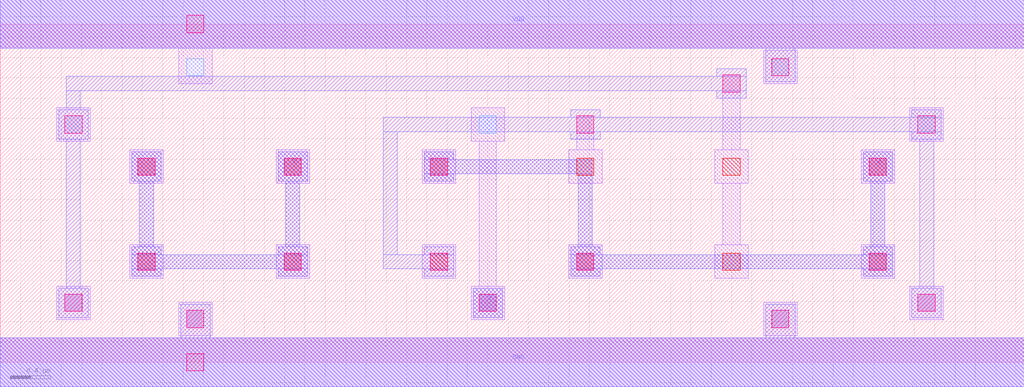
<source format=lef>
MACRO XNOR2X1
 CLASS CORE ;
 FOREIGN XNOR2X1 0 0 ;
 SIZE 10.08 BY 3.33 ;
 ORIGIN 0 0 ;
 SYMMETRY X Y R90 ;
 SITE unit ;
  PIN VDD
   DIRECTION INOUT ;
   USE POWER ;
   SHAPE ABUTMENT ;
    PORT
     CLASS CORE ;
       LAYER li1 ;
        RECT 0.00000000 3.09000000 10.08000000 3.57000000 ;
       LAYER met1 ;
        RECT 0.00000000 3.09000000 10.08000000 3.57000000 ;
    END
  END VDD

  PIN GND
   DIRECTION INOUT ;
   USE POWER ;
   SHAPE ABUTMENT ;
    PORT
     CLASS CORE ;
       LAYER li1 ;
        RECT 0.00000000 -0.24000000 10.08000000 0.24000000 ;
       LAYER met1 ;
        RECT 0.00000000 -0.24000000 10.08000000 0.24000000 ;
    END
  END GND

  PIN Y
   DIRECTION INOUT ;
   USE SIGNAL ;
   SHAPE ABUTMENT ;
    PORT
     CLASS CORE ;
       LAYER met1 ;
        RECT 4.65500000 0.44000000 4.94500000 0.73000000 ;
    END
  END Y

  PIN B
   DIRECTION INOUT ;
   USE SIGNAL ;
   SHAPE ABUTMENT ;
    PORT
     CLASS CORE ;
       LAYER met1 ;
        RECT 1.29500000 0.84500000 1.58500000 0.92000000 ;
        RECT 2.73500000 0.84500000 3.02500000 0.92000000 ;
        RECT 1.29500000 0.92000000 3.02500000 1.06000000 ;
        RECT 1.29500000 1.06000000 1.58500000 1.13500000 ;
        RECT 2.73500000 1.06000000 3.02500000 1.13500000 ;
        RECT 1.37000000 1.13500000 1.51000000 1.78000000 ;
        RECT 2.81000000 1.13500000 2.95000000 1.78000000 ;
        RECT 1.29500000 1.78000000 1.58500000 2.07000000 ;
        RECT 2.73500000 1.78000000 3.02500000 2.07000000 ;
    END
  END B

  PIN A
   DIRECTION INOUT ;
   USE SIGNAL ;
   SHAPE ABUTMENT ;
    PORT
     CLASS CORE ;
       LAYER met1 ;
        RECT 5.61500000 0.84500000 5.90500000 0.92000000 ;
        RECT 8.49500000 0.84500000 8.78500000 0.92000000 ;
        RECT 5.61500000 0.92000000 8.78500000 1.06000000 ;
        RECT 5.61500000 1.06000000 5.90500000 1.13500000 ;
        RECT 8.49500000 1.06000000 8.78500000 1.13500000 ;
        RECT 8.57000000 1.13500000 8.71000000 1.78000000 ;
        RECT 4.17500000 1.78000000 4.46500000 1.85500000 ;
        RECT 5.69000000 1.13500000 5.83000000 1.85500000 ;
        RECT 4.17500000 1.85500000 5.83000000 1.99500000 ;
        RECT 4.17500000 1.99500000 4.46500000 2.07000000 ;
        RECT 8.49500000 1.78000000 8.78500000 2.07000000 ;
    END
  END A

 OBS
    LAYER polycont ;
     RECT 1.35500000 0.90500000 1.52500000 1.07500000 ;
     RECT 2.79500000 0.90500000 2.96500000 1.07500000 ;
     RECT 4.23500000 0.90500000 4.40500000 1.07500000 ;
     RECT 5.67500000 0.90500000 5.84500000 1.07500000 ;
     RECT 7.11500000 0.90500000 7.28500000 1.07500000 ;
     RECT 8.55500000 0.90500000 8.72500000 1.07500000 ;
     RECT 1.35500000 1.84000000 1.52500000 2.01000000 ;
     RECT 2.79500000 1.84000000 2.96500000 2.01000000 ;
     RECT 4.23500000 1.84000000 4.40500000 2.01000000 ;
     RECT 5.67500000 1.84000000 5.84500000 2.01000000 ;
     RECT 7.11500000 1.84000000 7.28500000 2.01000000 ;
     RECT 8.55500000 1.84000000 8.72500000 2.01000000 ;

    LAYER pdiffc ;
     RECT 0.63500000 2.25500000 0.80500000 2.42500000 ;
     RECT 4.71500000 2.25500000 4.88500000 2.42500000 ;
     RECT 9.03500000 2.25500000 9.20500000 2.42500000 ;
     RECT 1.83500000 2.82000000 2.00500000 2.99000000 ;
     RECT 7.59500000 2.82000000 7.76500000 2.99000000 ;

    LAYER ndiffc ;
     RECT 1.83500000 0.34000000 2.00500000 0.51000000 ;
     RECT 7.59500000 0.34000000 7.76500000 0.51000000 ;
     RECT 0.63500000 0.50000000 0.80500000 0.67000000 ;
     RECT 4.71500000 0.50000000 4.88500000 0.67000000 ;
     RECT 9.03500000 0.50000000 9.20500000 0.67000000 ;

    LAYER li1 ;
     RECT 0.00000000 -0.24000000 10.08000000 0.24000000 ;
     RECT 1.75500000 0.26000000 2.08500000 0.59000000 ;
     RECT 7.51500000 0.26000000 7.84500000 0.59000000 ;
     RECT 0.55500000 0.42000000 0.88500000 0.75000000 ;
     RECT 8.95500000 0.42000000 9.28500000 0.75000000 ;
     RECT 1.27500000 0.82500000 1.60500000 1.15500000 ;
     RECT 2.71500000 0.82500000 3.04500000 1.15500000 ;
     RECT 4.15500000 0.82500000 4.48500000 1.15500000 ;
     RECT 5.59500000 0.82500000 5.92500000 1.15500000 ;
     RECT 8.47500000 0.82500000 8.80500000 1.15500000 ;
     RECT 1.27500000 1.76000000 1.60500000 2.09000000 ;
     RECT 2.71500000 1.76000000 3.04500000 2.09000000 ;
     RECT 4.15500000 1.76000000 4.48500000 2.09000000 ;
     RECT 8.47500000 1.76000000 8.80500000 2.09000000 ;
     RECT 5.59500000 1.76000000 5.92500000 2.09000000 ;
     RECT 5.67500000 2.09000000 5.84500000 2.42500000 ;
     RECT 0.55500000 2.17500000 0.88500000 2.50500000 ;
     RECT 4.63500000 0.42000000 4.96500000 0.75000000 ;
     RECT 4.71500000 0.75000000 4.88500000 2.17500000 ;
     RECT 4.63500000 2.17500000 4.96500000 2.50500000 ;
     RECT 8.95500000 2.17500000 9.28500000 2.50500000 ;
     RECT 7.03500000 0.82500000 7.36500000 1.15500000 ;
     RECT 7.11500000 1.15500000 7.28500000 1.76000000 ;
     RECT 7.03500000 1.76000000 7.36500000 2.09000000 ;
     RECT 7.11500000 2.09000000 7.28500000 2.83000000 ;
     RECT 7.51500000 2.74000000 7.84500000 3.07000000 ;
     RECT 1.75500000 2.74000000 2.08500000 3.09000000 ;
     RECT 0.00000000 3.09000000 10.08000000 3.57000000 ;

    LAYER viali ;
     RECT 1.83500000 -0.08500000 2.00500000 0.08500000 ;
     RECT 1.83500000 0.34000000 2.00500000 0.51000000 ;
     RECT 7.59500000 0.34000000 7.76500000 0.51000000 ;
     RECT 0.63500000 0.50000000 0.80500000 0.67000000 ;
     RECT 4.71500000 0.50000000 4.88500000 0.67000000 ;
     RECT 9.03500000 0.50000000 9.20500000 0.67000000 ;
     RECT 1.35500000 0.90500000 1.52500000 1.07500000 ;
     RECT 2.79500000 0.90500000 2.96500000 1.07500000 ;
     RECT 4.23500000 0.90500000 4.40500000 1.07500000 ;
     RECT 5.67500000 0.90500000 5.84500000 1.07500000 ;
     RECT 8.55500000 0.90500000 8.72500000 1.07500000 ;
     RECT 1.35500000 1.84000000 1.52500000 2.01000000 ;
     RECT 2.79500000 1.84000000 2.96500000 2.01000000 ;
     RECT 4.23500000 1.84000000 4.40500000 2.01000000 ;
     RECT 8.55500000 1.84000000 8.72500000 2.01000000 ;
     RECT 0.63500000 2.25500000 0.80500000 2.42500000 ;
     RECT 5.67500000 2.25500000 5.84500000 2.42500000 ;
     RECT 9.03500000 2.25500000 9.20500000 2.42500000 ;
     RECT 7.11500000 2.66000000 7.28500000 2.83000000 ;
     RECT 7.59500000 2.82000000 7.76500000 2.99000000 ;
     RECT 1.83500000 3.24500000 2.00500000 3.41500000 ;

    LAYER met1 ;
     RECT 0.00000000 -0.24000000 10.08000000 0.24000000 ;
     RECT 1.77500000 0.24000000 2.06500000 0.57000000 ;
     RECT 7.53500000 0.24000000 7.82500000 0.57000000 ;
     RECT 4.65500000 0.44000000 4.94500000 0.73000000 ;
     RECT 1.29500000 0.84500000 1.58500000 0.92000000 ;
     RECT 2.73500000 0.84500000 3.02500000 0.92000000 ;
     RECT 1.29500000 0.92000000 3.02500000 1.06000000 ;
     RECT 1.29500000 1.06000000 1.58500000 1.13500000 ;
     RECT 2.73500000 1.06000000 3.02500000 1.13500000 ;
     RECT 1.37000000 1.13500000 1.51000000 1.78000000 ;
     RECT 2.81000000 1.13500000 2.95000000 1.78000000 ;
     RECT 1.29500000 1.78000000 1.58500000 2.07000000 ;
     RECT 2.73500000 1.78000000 3.02500000 2.07000000 ;
     RECT 5.61500000 0.84500000 5.90500000 0.92000000 ;
     RECT 8.49500000 0.84500000 8.78500000 0.92000000 ;
     RECT 5.61500000 0.92000000 8.78500000 1.06000000 ;
     RECT 5.61500000 1.06000000 5.90500000 1.13500000 ;
     RECT 8.49500000 1.06000000 8.78500000 1.13500000 ;
     RECT 8.57000000 1.13500000 8.71000000 1.78000000 ;
     RECT 4.17500000 1.78000000 4.46500000 1.85500000 ;
     RECT 5.69000000 1.13500000 5.83000000 1.85500000 ;
     RECT 4.17500000 1.85500000 5.83000000 1.99500000 ;
     RECT 4.17500000 1.99500000 4.46500000 2.07000000 ;
     RECT 8.49500000 1.78000000 8.78500000 2.07000000 ;
     RECT 8.97500000 0.44000000 9.26500000 0.73000000 ;
     RECT 4.17500000 0.84500000 4.46500000 0.92000000 ;
     RECT 3.77000000 0.92000000 4.46500000 1.06000000 ;
     RECT 4.17500000 1.06000000 4.46500000 1.13500000 ;
     RECT 9.05000000 0.73000000 9.19000000 2.19500000 ;
     RECT 3.77000000 1.06000000 3.91000000 2.27000000 ;
     RECT 5.61500000 2.19500000 5.90500000 2.27000000 ;
     RECT 8.97500000 2.19500000 9.26500000 2.27000000 ;
     RECT 3.77000000 2.27000000 9.26500000 2.41000000 ;
     RECT 5.61500000 2.41000000 5.90500000 2.48500000 ;
     RECT 8.97500000 2.41000000 9.26500000 2.48500000 ;
     RECT 0.57500000 0.44000000 0.86500000 0.73000000 ;
     RECT 0.65000000 0.73000000 0.79000000 2.19500000 ;
     RECT 0.57500000 2.19500000 0.86500000 2.48500000 ;
     RECT 0.65000000 2.48500000 0.79000000 2.67500000 ;
     RECT 7.05500000 2.60000000 7.34500000 2.67500000 ;
     RECT 0.65000000 2.67500000 7.34500000 2.81500000 ;
     RECT 7.05500000 2.81500000 7.34500000 2.89000000 ;
     RECT 7.53500000 2.76000000 7.82500000 3.09000000 ;
     RECT 0.00000000 3.09000000 10.08000000 3.57000000 ;

 END
END XNOR2X1

</source>
